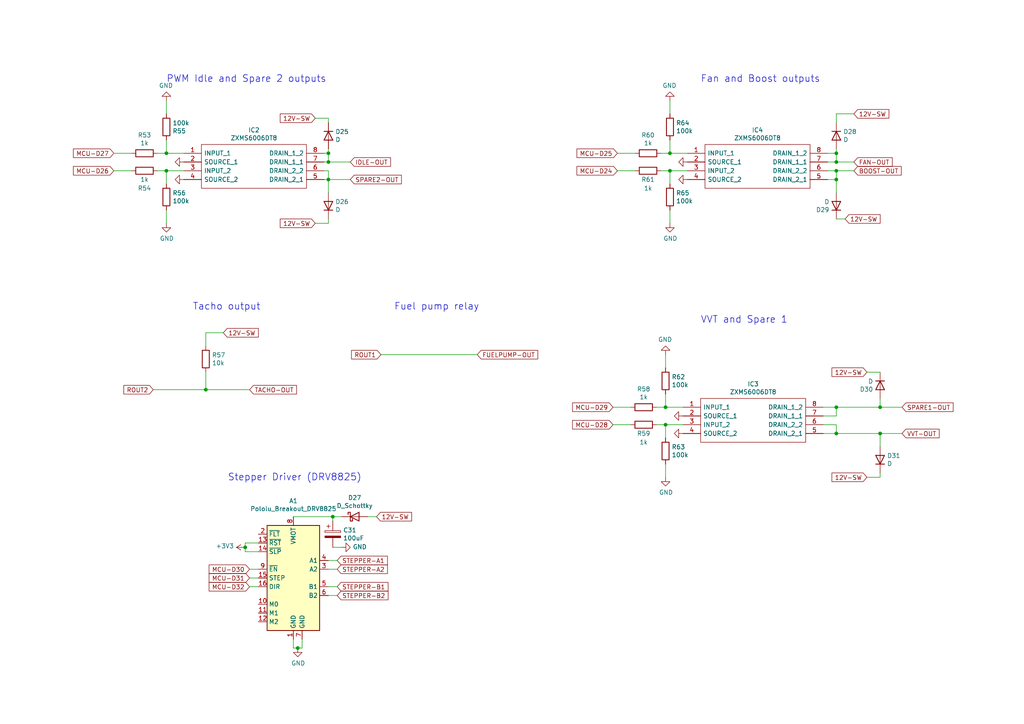
<source format=kicad_sch>
(kicad_sch (version 20250114) (generator "eeschema") (generator_version "9.0")
  (paper "A4")
  (lib_symbols
    (symbol "Device:CP" (pin_numbers (hide yes)) (pin_names (offset 0.254))
      (property "Reference" "C" (at 0.635 2.54 0))
      (property "Value" "Device_CP" (at 0.635 -2.54 0))
      (symbol "CP_0_1"
        (rectangle (start -2.286 0.508) (end 2.286 1.016))
        (polyline (pts (xy -1.778 2.286) (xy -0.762 2.286)))
        (polyline (pts (xy -1.27 2.794) (xy -1.27 1.778)))
        (rectangle (start 2.286 -0.508) (end -2.286 -1.016) (fill (type outline)))
      )
      (symbol "CP_1_1"
        (pin passive line (at 0 3.81 270) (length 2.794) (name "~") (number "1"))
        (pin passive line (at 0 -3.81 90) (length 2.794) (name "~") (number "2"))
      )
    )
    (symbol "Device:D" (pin_numbers (hide yes)) (pin_names (offset 1.016) (hide yes))
      (property "Reference" "D" (at 0 2.54 0))
      (property "Value" "D" (at 0 -2.54 0))
      (symbol "D_0_1"
        (polyline (pts (xy -1.27 1.27) (xy -1.27 -1.27)) (stroke (width 0.254)))
        (polyline (pts (xy 1.27 1.27) (xy 1.27 -1.27) (xy -1.27 0) (xy 1.27 1.27)) (stroke (width 0.254)))
        (polyline (pts (xy 1.27 0) (xy -1.27 0)))
      )
      (symbol "D_1_1"
        (pin passive line (at -3.81 0 0) (length 2.54) (name "K") (number "1"))
        (pin passive line (at 3.81 0 180) (length 2.54) (name "A") (number "2"))
      )
    )
    (symbol "Device:D_Schottky" (pin_numbers (hide yes)) (pin_names (offset 1.016) (hide yes))
      (property "Reference" "D" (at 0 2.54 0))
      (property "Value" "D_Schottky" (at 0 -2.54 0))
      (symbol "D_Schottky_0_1"
        (polyline (pts (xy -1.905 0.635) (xy -1.905 1.27) (xy -1.27 1.27) (xy -1.27 -1.27) (xy -0.635 -1.27) (xy -0.635 -0.635)) (stroke (width 0.254)))
        (polyline (pts (xy 1.27 1.27) (xy 1.27 -1.27) (xy -1.27 0) (xy 1.27 1.27)) (stroke (width 0.254)))
        (polyline (pts (xy 1.27 0) (xy -1.27 0)))
      )
      (symbol "D_Schottky_1_1"
        (pin passive line (at -3.81 0 0) (length 2.54) (name "K") (number "1"))
        (pin passive line (at 3.81 0 180) (length 2.54) (name "A") (number "2"))
      )
    )
    (symbol "Device:R" (pin_numbers (hide yes)) (pin_names (offset 0))
      (property "Reference" "R" (at 2.032 0 90))
      (property "Value" "R" (at 0 0 90))
      (symbol "R_0_1"
        (rectangle (start -1.016 -2.54) (end 1.016 2.54) (stroke (width 0.254)))
      )
      (symbol "R_1_1"
        (pin passive line (at 0 3.81 270) (length 1.27) (name "~") (number "1"))
        (pin passive line (at 0 -3.81 90) (length 1.27) (name "~") (number "2"))
      )
    )
    (symbol "Driver_Motor:Pololu_Breakout_DRV8825"
      (property "Reference" "A" (at -2.54 16.51 0))
      (property "Value" "Pololu_Breakout_DRV8825" (at -2.54 13.97 0))
      (symbol "Pololu_Breakout_DRV8825_0_1"
        (rectangle (start 7.62 -17.78) (end -7.62 12.7) (stroke (width 0.254)) (fill (type background)))
      )
      (symbol "Pololu_Breakout_DRV8825_1_1"
        (pin output line (at -10.16 10.16 0) (length 2.54) (name "~{FLT}") (number "2"))
        (pin input line (at -10.16 7.62 0) (length 2.54) (name "~{RST}") (number "13"))
        (pin input line (at -10.16 5.08 0) (length 2.54) (name "~{SLP}") (number "14"))
        (pin input line (at -10.16 0 0) (length 2.54) (name "~{EN}") (number "9"))
        (pin input line (at -10.16 -2.54 0) (length 2.54) (name "STEP") (number "15"))
        (pin input line (at -10.16 -5.08 0) (length 2.54) (name "DIR") (number "16"))
        (pin input line (at -10.16 -10.16 0) (length 2.54) (name "M0") (number "10"))
        (pin input line (at -10.16 -12.7 0) (length 2.54) (name "M1") (number "11"))
        (pin input line (at -10.16 -15.24 0) (length 2.54) (name "M2") (number "12"))
        (pin power_in line (at 0 15.24 270) (length 2.54) (name "VMOT") (number "8"))
        (pin power_in line (at 0 -20.32 90) (length 2.54) (name "GND") (number "1"))
        (pin power_in line (at 2.54 -20.32 90) (length 2.54) (name "GND") (number "7"))
        (pin output line (at 10.16 2.54 180) (length 2.54) (name "A1") (number "4"))
        (pin output line (at 10.16 0 180) (length 2.54) (name "A2") (number "3"))
        (pin output line (at 10.16 -5.08 180) (length 2.54) (name "B1") (number "5"))
        (pin output line (at 10.16 -7.62 180) (length 2.54) (name "B2") (number "6"))
      )
    )
    (symbol "IC_Automotive:ZXMS6006DT8" (pin_names (offset 0.762))
      (property "Reference" "IC" (at 36.83 7.62 0))
      (property "Value" "ZXMS6006DT8" (at 36.83 5.08 0))
      (symbol "ZXMS6006DT8_0_0"
        (pin passive line (at 0 0 0) (length 5.08) (name "INPUT_1") (number "1"))
        (pin passive line (at 0 -2.54 0) (length 5.08) (name "SOURCE_1") (number "2"))
        (pin passive line (at 0 -5.08 0) (length 5.08) (name "INPUT_2") (number "3"))
        (pin passive line (at 0 -7.62 0) (length 5.08) (name "SOURCE_2") (number "4"))
        (pin passive line (at 40.64 0 180) (length 5.08) (name "DRAIN_1_2") (number "8"))
        (pin passive line (at 40.64 -2.54 180) (length 5.08) (name "DRAIN_1_1") (number "7"))
        (pin passive line (at 40.64 -5.08 180) (length 5.08) (name "DRAIN_2_2") (number "6"))
        (pin passive line (at 40.64 -7.62 180) (length 5.08) (name "DRAIN_2_1") (number "5"))
      )
      (symbol "ZXMS6006DT8_0_1"
        (polyline (pts (xy 5.08 2.54) (xy 35.56 2.54) (xy 35.56 -10.16) (xy 5.08 -10.16) (xy 5.08 2.54)) (stroke (width 0.1524)))
      )
    )
    (symbol "power:+3V3" (power) (pin_names (offset 0))
      (property "Value" "+3V3" (at 0 3.556 0))
      (symbol "+3V3_0_1"
        (polyline (pts (xy -0.762 1.27) (xy 0 2.54)))
        (polyline (pts (xy 0 2.54) (xy 0.762 1.27)))
        (polyline (pts (xy 0 0) (xy 0 2.54)))
      )
      (symbol "+3V3_1_1"
        (pin power_in line (at 0 0 90) (length 0) (hide yes) (name "+3V3") (number "1"))
      )
    )
    (symbol "power:GND" (power) (pin_names (offset 0))
      (property "Value" "GND" (at 0 -3.81 0))
      (symbol "GND_0_1"
        (polyline (pts (xy 0 0) (xy 0 -1.27) (xy 1.27 -1.27) (xy 0 -2.54) (xy -1.27 -1.27) (xy 0 -1.27)))
      )
      (symbol "GND_1_1"
        (pin power_in line (at 0 0 270) (length 0) (hide yes) (name "GND") (number "1"))
      )
    )
  )
  (text "VVT and Spare 1" (at 203.2 93.98 0) (effects (font (size 1.9812 1.9812)) (justify left bottom)))
  (text "Stepper Driver (DRV8825)" (at 66.04 139.7 0) (effects (font (size 1.9812 1.9812)) (justify left bottom)))
  (text "Tacho output" (at 55.88 90.17 0) (effects (font (size 1.9812 1.9812)) (justify left bottom)))
  (text "PWM Idle and Spare 2 outputs" (at 48.26 24.13 0) (effects (font (size 1.9812 1.9812)) (justify left bottom)))
  (text "Fan and Boost outputs" (at 203.2 24.13 0) (effects (font (size 1.9812 1.9812)) (justify left bottom)))
  (text "Fuel pump relay" (at 114.3 90.17 0) (effects (font (size 1.9812 1.9812)) (justify left bottom)))
  (junction (at 255.27 118.11))
  (junction (at 242.57 46.99))
  (junction (at 95.25 44.45))
  (junction (at 242.57 52.07))
  (junction (at 95.25 46.99))
  (junction (at 59.69 113.03))
  (junction (at 242.57 44.45))
  (junction (at 95.25 52.07))
  (junction (at 242.57 49.53))
  (junction (at 71.12 158.75))
  (junction (at 242.57 125.73))
  (junction (at 48.26 44.45))
  (junction (at 242.57 118.11))
  (junction (at 193.04 118.11))
  (junction (at 193.04 123.19))
  (junction (at 194.31 49.53))
  (junction (at 86.36 187.96))
  (junction (at 96.52 149.86))
  (junction (at 48.26 49.53))
  (junction (at 194.31 44.45))
  (junction (at 255.27 125.73))
  (wire (pts (xy 93.98 49.53) (xy 95.25 49.53)))
  (wire (pts (xy 242.57 52.07) (xy 242.57 55.88)))
  (wire (pts (xy 96.52 151.13) (xy 96.52 149.86)))
  (wire (pts (xy 242.57 49.53) (xy 242.57 52.07)))
  (wire (pts (xy 240.03 52.07) (xy 242.57 52.07)))
  (wire (pts (xy 240.03 46.99) (xy 242.57 46.99)))
  (wire (pts (xy 59.69 113.03) (xy 72.39 113.03)))
  (wire (pts (xy 238.76 120.65) (xy 242.57 120.65)))
  (wire (pts (xy 74.93 160.02) (xy 71.12 160.02)))
  (wire (pts (xy 242.57 44.45) (xy 242.57 46.99)))
  (wire (pts (xy 238.76 118.11) (xy 242.57 118.11)))
  (wire (pts (xy 91.44 34.29) (xy 95.25 34.29)))
  (wire (pts (xy 95.25 49.53) (xy 95.25 52.07)))
  (wire (pts (xy 242.57 123.19) (xy 242.57 125.73)))
  (wire (pts (xy 240.03 44.45) (xy 242.57 44.45)))
  (wire (pts (xy 95.25 43.18) (xy 95.25 44.45)))
  (wire (pts (xy 71.12 160.02) (xy 71.12 158.75)))
  (wire (pts (xy 71.12 158.75) (xy 71.12 157.48)))
  (wire (pts (xy 194.31 44.45) (xy 199.39 44.45)))
  (wire (pts (xy 177.8 123.19) (xy 182.88 123.19)))
  (wire (pts (xy 190.5 123.19) (xy 193.04 123.19)))
  (wire (pts (xy 194.31 53.34) (xy 194.31 49.53)))
  (wire (pts (xy 184.15 44.45) (xy 179.07 44.45)))
  (wire (pts (xy 194.31 49.53) (xy 199.39 49.53)))
  (wire (pts (xy 97.79 172.72) (xy 95.25 172.72)))
  (wire (pts (xy 242.57 33.02) (xy 247.65 33.02)))
  (wire (pts (xy 109.22 149.86) (xy 106.68 149.86)))
  (wire (pts (xy 99.06 149.86) (xy 96.52 149.86)))
  (wire (pts (xy 193.04 127) (xy 193.04 123.19)))
  (wire (pts (xy 191.77 49.53) (xy 194.31 49.53)))
  (wire (pts (xy 44.45 113.03) (xy 59.69 113.03)))
  (wire (pts (xy 193.04 134.62) (xy 193.04 138.43)))
  (wire (pts (xy 242.57 33.02) (xy 242.57 35.56)))
  (wire (pts (xy 48.26 49.53) (xy 53.34 49.53)))
  (wire (pts (xy 194.31 60.96) (xy 194.31 64.77)))
  (wire (pts (xy 255.27 125.73) (xy 261.62 125.73)))
  (wire (pts (xy 238.76 123.19) (xy 242.57 123.19)))
  (wire (pts (xy 95.25 46.99) (xy 93.98 46.99)))
  (wire (pts (xy 193.04 106.68) (xy 193.04 102.87)))
  (wire (pts (xy 38.1 44.45) (xy 33.02 44.45)))
  (wire (pts (xy 95.25 52.07) (xy 101.6 52.07)))
  (wire (pts (xy 95.25 52.07) (xy 95.25 55.88)))
  (wire (pts (xy 95.25 170.18) (xy 97.79 170.18)))
  (wire (pts (xy 242.57 63.5) (xy 245.11 63.5)))
  (wire (pts (xy 238.76 125.73) (xy 242.57 125.73)))
  (wire (pts (xy 190.5 118.11) (xy 193.04 118.11)))
  (wire (pts (xy 255.27 137.16) (xy 255.27 138.43)))
  (wire (pts (xy 99.06 158.75) (xy 96.52 158.75)))
  (wire (pts (xy 179.07 49.53) (xy 184.15 49.53)))
  (wire (pts (xy 48.26 53.34) (xy 48.26 49.53)))
  (wire (pts (xy 45.72 44.45) (xy 48.26 44.45)))
  (wire (pts (xy 95.25 52.07) (xy 93.98 52.07)))
  (wire (pts (xy 193.04 118.11) (xy 198.12 118.11)))
  (wire (pts (xy 242.57 49.53) (xy 247.65 49.53)))
  (wire (pts (xy 95.25 64.77) (xy 91.44 64.77)))
  (wire (pts (xy 59.69 96.52) (xy 59.69 100.33)))
  (wire (pts (xy 251.46 107.95) (xy 255.27 107.95)))
  (wire (pts (xy 194.31 40.64) (xy 194.31 44.45)))
  (wire (pts (xy 242.57 118.11) (xy 255.27 118.11)))
  (wire (pts (xy 96.52 149.86) (xy 85.09 149.86)))
  (wire (pts (xy 45.72 49.53) (xy 48.26 49.53)))
  (wire (pts (xy 255.27 115.57) (xy 255.27 118.11)))
  (wire (pts (xy 59.69 107.95) (xy 59.69 113.03)))
  (wire (pts (xy 194.31 33.02) (xy 194.31 29.21)))
  (wire (pts (xy 191.77 44.45) (xy 194.31 44.45)))
  (wire (pts (xy 255.27 125.73) (xy 255.27 129.54)))
  (wire (pts (xy 95.25 63.5) (xy 95.25 64.77)))
  (wire (pts (xy 87.63 187.96) (xy 86.36 187.96)))
  (wire (pts (xy 64.77 96.52) (xy 59.69 96.52)))
  (wire (pts (xy 93.98 44.45) (xy 95.25 44.45)))
  (wire (pts (xy 95.25 162.56) (xy 97.79 162.56)))
  (wire (pts (xy 72.39 165.1) (xy 74.93 165.1)))
  (wire (pts (xy 101.6 46.99) (xy 95.25 46.99)))
  (wire (pts (xy 95.25 34.29) (xy 95.25 35.56)))
  (wire (pts (xy 87.63 185.42) (xy 87.63 187.96)))
  (wire (pts (xy 48.26 60.96) (xy 48.26 64.77)))
  (wire (pts (xy 95.25 44.45) (xy 95.25 46.99)))
  (wire (pts (xy 71.12 157.48) (xy 74.93 157.48)))
  (wire (pts (xy 242.57 120.65) (xy 242.57 118.11)))
  (wire (pts (xy 48.26 33.02) (xy 48.26 29.21)))
  (wire (pts (xy 48.26 40.64) (xy 48.26 44.45)))
  (wire (pts (xy 182.88 118.11) (xy 177.8 118.11)))
  (wire (pts (xy 97.79 165.1) (xy 95.25 165.1)))
  (wire (pts (xy 72.39 170.18) (xy 74.93 170.18)))
  (wire (pts (xy 74.93 167.64) (xy 72.39 167.64)))
  (wire (pts (xy 85.09 187.96) (xy 85.09 185.42)))
  (wire (pts (xy 110.49 102.87) (xy 138.43 102.87)))
  (wire (pts (xy 242.57 125.73) (xy 255.27 125.73)))
  (wire (pts (xy 48.26 44.45) (xy 53.34 44.45)))
  (wire (pts (xy 193.04 123.19) (xy 198.12 123.19)))
  (wire (pts (xy 255.27 118.11) (xy 261.62 118.11)))
  (wire (pts (xy 33.02 49.53) (xy 38.1 49.53)))
  (wire (pts (xy 255.27 138.43) (xy 251.46 138.43)))
  (wire (pts (xy 242.57 43.18) (xy 242.57 44.45)))
  (wire (pts (xy 86.36 187.96) (xy 85.09 187.96)))
  (wire (pts (xy 240.03 49.53) (xy 242.57 49.53)))
  (wire (pts (xy 193.04 114.3) (xy 193.04 118.11)))
  (wire (pts (xy 242.57 46.99) (xy 247.65 46.99)))
  (global_label "SPARE1-OUT" (shape input) (at 261.62 118.11 0) (property "Intersheetrefs" "${INTERSHEET_REFS}" (effects (hide yes))))
  (global_label "STEPPER-B1" (shape input) (at 97.79 170.18 0) (property "Intersheetrefs" "${INTERSHEET_REFS}" (effects (hide yes))))
  (global_label "ROUT1" (shape input) (at 110.49 102.87 180) (property "Intersheetrefs" "${INTERSHEET_REFS}" (effects (hide yes))))
  (global_label "FUELPUMP-OUT" (shape input) (at 138.43 102.87 0) (property "Intersheetrefs" "${INTERSHEET_REFS}" (effects (hide yes))))
  (global_label "SPARE2-OUT" (shape input) (at 101.6 52.07 0) (property "Intersheetrefs" "${INTERSHEET_REFS}" (effects (hide yes))))
  (global_label "12V-SW" (shape input) (at 245.11 63.5 0) (property "Intersheetrefs" "${INTERSHEET_REFS}" (effects (hide yes))))
  (global_label "TACHO-OUT" (shape input) (at 72.39 113.03 0) (property "Intersheetrefs" "${INTERSHEET_REFS}" (effects (hide yes))))
  (global_label "12V-SW" (shape input) (at 109.22 149.86 0) (property "Intersheetrefs" "${INTERSHEET_REFS}" (effects (hide yes))))
  (global_label "12V-SW" (shape input) (at 91.44 64.77 180) (property "Intersheetrefs" "${INTERSHEET_REFS}" (effects (hide yes))))
  (global_label "BOOST-OUT" (shape input) (at 247.65 49.53 0) (property "Intersheetrefs" "${INTERSHEET_REFS}" (effects (hide yes))))
  (global_label "MCU-D24" (shape input) (at 179.07 49.53 180) (property "Intersheetrefs" "${INTERSHEET_REFS}" (effects (hide yes))))
  (global_label "MCU-D26" (shape input) (at 33.02 49.53 180) (property "Intersheetrefs" "${INTERSHEET_REFS}" (effects (hide yes))))
  (global_label "MCU-D27" (shape input) (at 33.02 44.45 180) (property "Intersheetrefs" "${INTERSHEET_REFS}" (effects (hide yes))))
  (global_label "12V-SW" (shape input) (at 247.65 33.02 0) (property "Intersheetrefs" "${INTERSHEET_REFS}" (effects (hide yes))))
  (global_label "STEPPER-B2" (shape input) (at 97.79 172.72 0) (property "Intersheetrefs" "${INTERSHEET_REFS}" (effects (hide yes))))
  (global_label "MCU-D31" (shape input) (at 72.39 167.64 180) (property "Intersheetrefs" "${INTERSHEET_REFS}" (effects (hide yes))))
  (global_label "12V-SW" (shape input) (at 64.77 96.52 0) (property "Intersheetrefs" "${INTERSHEET_REFS}" (effects (hide yes))))
  (global_label "MCU-D25" (shape input) (at 179.07 44.45 180) (property "Intersheetrefs" "${INTERSHEET_REFS}" (effects (hide yes))))
  (global_label "MCU-D30" (shape input) (at 72.39 165.1 180) (property "Intersheetrefs" "${INTERSHEET_REFS}" (effects (hide yes))))
  (global_label "12V-SW" (shape input) (at 91.44 34.29 180) (property "Intersheetrefs" "${INTERSHEET_REFS}" (effects (hide yes))))
  (global_label "MCU-D28" (shape input) (at 177.8 123.19 180) (property "Intersheetrefs" "${INTERSHEET_REFS}" (effects (hide yes))))
  (global_label "STEPPER-A2" (shape input) (at 97.79 165.1 0) (property "Intersheetrefs" "${INTERSHEET_REFS}" (effects (hide yes))))
  (global_label "ROUT2" (shape input) (at 44.45 113.03 180) (property "Intersheetrefs" "${INTERSHEET_REFS}" (effects (hide yes))))
  (global_label "MCU-D32" (shape input) (at 72.39 170.18 180) (property "Intersheetrefs" "${INTERSHEET_REFS}" (effects (hide yes))))
  (global_label "IDLE-OUT" (shape input) (at 101.6 46.99 0) (property "Intersheetrefs" "${INTERSHEET_REFS}" (effects (hide yes))))
  (global_label "STEPPER-A1" (shape input) (at 97.79 162.56 0) (property "Intersheetrefs" "${INTERSHEET_REFS}" (effects (hide yes))))
  (global_label "FAN-OUT" (shape input) (at 247.65 46.99 0) (property "Intersheetrefs" "${INTERSHEET_REFS}" (effects (hide yes))))
  (global_label "12V-SW" (shape input) (at 251.46 138.43 180) (property "Intersheetrefs" "${INTERSHEET_REFS}" (effects (hide yes))))
  (global_label "12V-SW" (shape input) (at 251.46 107.95 180) (property "Intersheetrefs" "${INTERSHEET_REFS}" (effects (hide yes))))
  (global_label "VVT-OUT" (shape input) (at 261.62 125.73 0) (property "Intersheetrefs" "${INTERSHEET_REFS}" (effects (hide yes))))
  (global_label "MCU-D29" (shape input) (at 177.8 118.11 180) (property "Intersheetrefs" "${INTERSHEET_REFS}" (effects (hide yes))))
  (symbol (lib_id "Device:R") (at 193.04 110.49 180) (unit 1)
    (property "Reference" "R62" (at 194.818 109.3216 0) (effects (justify right)))
    (property "Value" "100k" (at 194.818 111.633 0) (effects (justify right)))
    (property "Footprint" "Resistor_SMD:R_0805_2012Metric_Pad1.20x1.40mm_HandSolder" (effects (hide yes)))
    (property "Manufacturer_Name" "Yageo" (effects (hide yes)))
    (property "Manufacturer_Part_Number" "RC0805FR-07100KL" (effects (hide yes)))
    (property "URL" "https://www.digikey.com/product-detail/en/yageo/RC0805FR-07100KL/311-100KCRCT-ND/730491" (effects (hide yes)))
    (property "Digikey Part Number" "311-100KCRCT-ND" (effects (hide yes)))
  )
  (symbol (lib_id "Device:R") (at 186.69 118.11 270) (unit 1)
    (property "Reference" "R58" (at 186.69 112.8522 90))
    (property "Value" "1k" (at 186.69 115.1636 90))
    (property "Footprint" "Resistor_SMD:R_0805_2012Metric_Pad1.20x1.40mm_HandSolder" (effects (hide yes)))
    (property "Manufacturer_Name" "Yageo" (effects (hide yes)))
    (property "Manufacturer_Part_Number" "RC0805FR-071KL" (effects (hide yes)))
    (property "URL" "https://www.digikey.com/product-detail/en/yageo/RC0805FR-071KL/311-1.00KCRCT-ND/730391" (effects (hide yes)))
    (property "Digikey Part Number" "311-1.00KCRCT-ND" (effects (hide yes)))
  )
  (symbol (lib_id "Device:R") (at 48.26 57.15 180) (unit 1)
    (property "Reference" "R56" (at 50.038 55.9816 0) (effects (justify right)))
    (property "Value" "100k" (at 50.038 58.293 0) (effects (justify right)))
    (property "Footprint" "Resistor_SMD:R_0805_2012Metric_Pad1.20x1.40mm_HandSolder" (effects (hide yes)))
    (property "Manufacturer_Name" "Yageo" (effects (hide yes)))
    (property "Manufacturer_Part_Number" "RC0805FR-07100KL" (effects (hide yes)))
    (property "URL" "https://www.digikey.com/product-detail/en/yageo/RC0805FR-07100KL/311-100KCRCT-ND/730491" (effects (hide yes)))
    (property "Digikey Part Number" "311-100KCRCT-ND" (effects (hide yes)))
  )
  (symbol (lib_id "power:GND") (at 193.04 102.87 180) (unit 1)
    (property "Reference" "#PWR092" (effects (hide yes)))
    (property "Value" "GND" (at 192.913 98.4758 0))
  )
  (symbol (lib_id "Device:D") (at 242.57 59.69 90) (unit 1)
    (property "Reference" "D29" (at 240.5634 60.8584 90) (effects (justify left)))
    (property "Value" "D" (at 240.5634 58.547 90) (effects (justify left)))
    (property "Footprint" "Diode_SMD:D_SOD-323" (effects (hide yes)))
    (property "Manufacturer_Name" "MCC" (effects (hide yes)))
    (property "Manufacturer_Part_Number" "1N4448WX-TP" (effects (hide yes)))
    (property "URL" "https://www.digikey.com/product-detail/en/micro-commercial-co/1N4448WX-TP/1N4448WXTPMSCT-ND/789338" (effects (hide yes)))
    (property "Digikey Part Number" "1N4448WXTPMSCT-ND" (effects (hide yes)))
  )
  (symbol (lib_id "Device:R") (at 193.04 130.81 180) (unit 1)
    (property "Reference" "R63" (at 194.818 129.6416 0) (effects (justify right)))
    (property "Value" "100k" (at 194.818 131.953 0) (effects (justify right)))
    (property "Footprint" "Resistor_SMD:R_0805_2012Metric_Pad1.20x1.40mm_HandSolder" (effects (hide yes)))
    (property "Manufacturer_Name" "Yageo" (effects (hide yes)))
    (property "Manufacturer_Part_Number" "RC0805FR-07100KL" (effects (hide yes)))
    (property "URL" "https://www.digikey.com/product-detail/en/yageo/RC0805FR-07100KL/311-100KCRCT-ND/730491" (effects (hide yes)))
    (property "Digikey Part Number" "311-100KCRCT-ND" (effects (hide yes)))
  )
  (symbol (lib_id "Device:R") (at 59.69 104.14 180) (unit 1)
    (property "Reference" "R57" (at 61.468 102.9716 0) (effects (justify right)))
    (property "Value" "10k" (at 61.468 105.283 0) (effects (justify right)))
    (property "Footprint" "Resistor_SMD:R_0805_2012Metric" (effects (hide yes)))
    (property "Manufacturer_Name" "Yageo" (effects (hide yes)))
    (property "Manufacturer_Part_Number" "RC0805JR-0710KL" (effects (hide yes)))
    (property "URL" "https://www.digikey.com/product-detail/en/yageo/RC0805JR-0710KL/311-10KARCT-ND/731188" (effects (hide yes)))
    (property "Digikey Part Number" "311-10KARCT-ND" (effects (hide yes)))
  )
  (symbol (lib_id "IC_Automotive:ZXMS6006DT8") (at 199.39 44.45 0) (unit 1)
    (property "Reference" "IC4" (at 219.71 37.719 0))
    (property "Value" "ZXMS6006DT8" (at 219.71 40.0304 0))
    (property "Footprint" "ZXMS6006DT8TA:SOT153P700X170-8N" (effects (hide yes)))
    (property "Height" "1.75" (effects (hide yes)))
    (property "Manufacturer_Name" "Diodes Inc" (effects (hide yes)))
    (property "Digikey Part Number" "ZXMS6006DT8TADICT-ND" (effects (hide yes)))
    (property "Manufacturer_Part_Number" "ZXMS6006DT8" (effects (hide yes)))
    (property "URL" "https://www.digikey.com.au/en/products/detail/diodes-incorporated/ZXMS6006DT8TA/4250146?s=N4IgTCBcDaIFoA0CyBlAbABg2gIgFQA4QBdAXyA" (effects (hide yes)))
  )
  (symbol (lib_id "Device:D") (at 242.57 39.37 270) (unit 1)
    (property "Reference" "D28" (at 244.5766 38.2016 90) (effects (justify left)))
    (property "Value" "D" (at 244.5766 40.513 90) (effects (justify left)))
    (property "Footprint" "Diode_SMD:D_SOD-323" (effects (hide yes)))
    (property "Manufacturer_Name" "MCC" (effects (hide yes)))
    (property "Manufacturer_Part_Number" "1N4448WX-TP" (effects (hide yes)))
    (property "URL" "https://www.digikey.com/product-detail/en/micro-commercial-co/1N4448WX-TP/1N4448WXTPMSCT-ND/789338" (effects (hide yes)))
    (property "Digikey Part Number" "1N4448WXTPMSCT-ND" (effects (hide yes)))
  )
  (symbol (lib_id "Device:D") (at 95.25 39.37 270) (unit 1)
    (property "Reference" "D25" (at 97.2566 38.2016 90) (effects (justify left)))
    (property "Value" "D" (at 97.2566 40.513 90) (effects (justify left)))
    (property "Footprint" "Diode_SMD:D_SOD-323" (effects (hide yes)))
    (property "Manufacturer_Name" "MCC" (effects (hide yes)))
    (property "Manufacturer_Part_Number" "1N4448WX-TP" (effects (hide yes)))
    (property "URL" "https://www.digikey.com/product-detail/en/micro-commercial-co/1N4448WX-TP/1N4448WXTPMSCT-ND/789338" (effects (hide yes)))
    (property "Digikey Part Number" "1N4448WXTPMSCT-ND" (effects (hide yes)))
  )
  (symbol (lib_id "Device:R") (at 41.91 44.45 270) (unit 1)
    (property "Reference" "R53" (at 41.91 39.1922 90))
    (property "Value" "1k" (at 41.91 41.5036 90))
    (property "Footprint" "Resistor_SMD:R_0805_2012Metric_Pad1.20x1.40mm_HandSolder" (effects (hide yes)))
    (property "Manufacturer_Name" "Yageo" (effects (hide yes)))
    (property "Manufacturer_Part_Number" "RC0805FR-071KL" (effects (hide yes)))
    (property "URL" "https://www.digikey.com/product-detail/en/yageo/RC0805FR-071KL/311-1.00KCRCT-ND/730391" (effects (hide yes)))
    (property "Digikey Part Number" "311-1.00KCRCT-ND" (effects (hide yes)))
  )
  (symbol (lib_id "power:GND") (at 48.26 29.21 180) (unit 1)
    (property "Reference" "#PWR085" (effects (hide yes)))
    (property "Value" "GND" (at 48.133 24.8158 0))
  )
  (symbol (lib_id "Device:R") (at 194.31 36.83 180) (unit 1)
    (property "Reference" "R64" (at 196.088 35.6616 0) (effects (justify right)))
    (property "Value" "100k" (at 196.088 37.973 0) (effects (justify right)))
    (property "Footprint" "Resistor_SMD:R_0805_2012Metric_Pad1.20x1.40mm_HandSolder" (effects (hide yes)))
    (property "Manufacturer_Name" "Yageo" (effects (hide yes)))
    (property "Manufacturer_Part_Number" "RC0805FR-07100KL" (effects (hide yes)))
    (property "URL" "https://www.digikey.com/product-detail/en/yageo/RC0805FR-07100KL/311-100KCRCT-ND/730491" (effects (hide yes)))
    (property "Digikey Part Number" "311-100KCRCT-ND" (effects (hide yes)))
  )
  (symbol (lib_id "power:GND") (at 194.31 64.77 0) (unit 1)
    (property "Reference" "#PWR095" (effects (hide yes)))
    (property "Value" "GND" (at 194.437 69.1642 0))
  )
  (symbol (lib_id "IC_Automotive:ZXMS6006DT8") (at 198.12 118.11 0) (unit 1)
    (property "Reference" "IC3" (at 218.44 111.379 0))
    (property "Value" "ZXMS6006DT8" (at 218.44 113.6904 0))
    (property "Footprint" "ZXMS6006DT8TA:SOT153P700X170-8N" (effects (hide yes)))
    (property "Height" "1.75" (effects (hide yes)))
    (property "Manufacturer_Name" "Diodes Inc" (effects (hide yes)))
    (property "Digikey Part Number" "ZXMS6006DT8TADICT-ND" (effects (hide yes)))
    (property "Manufacturer_Part_Number" "ZXMS6006DT8" (effects (hide yes)))
    (property "URL" "https://www.digikey.com.au/en/products/detail/diodes-incorporated/ZXMS6006DT8TA/4250146?s=N4IgTCBcDaIFoA0CyBlAbABg2gIgFQA4QBdAXyA" (effects (hide yes)))
  )
  (symbol (lib_id "power:GND") (at 53.34 52.07 270) (unit 1)
    (property "Reference" "#PWR088" (effects (hide yes)))
    (property "Value" "GND" (effects (hide yes)))
  )
  (symbol (lib_id "power:GND") (at 86.36 187.96 0) (unit 1)
    (property "Reference" "#PWR090" (effects (hide yes)))
    (property "Value" "GND" (at 86.487 192.3542 0))
  )
  (symbol (lib_id "Device:R") (at 41.91 49.53 270) (unit 1)
    (property "Reference" "R54" (at 41.91 54.61 90))
    (property "Value" "1k" (at 41.91 52.07 90))
    (property "Footprint" "Resistor_SMD:R_0805_2012Metric_Pad1.20x1.40mm_HandSolder" (effects (hide yes)))
    (property "Manufacturer_Name" "Yageo" (effects (hide yes)))
    (property "Manufacturer_Part_Number" "RC0805FR-071KL" (effects (hide yes)))
    (property "URL" "https://www.digikey.com/product-detail/en/yageo/RC0805FR-071KL/311-1.00KCRCT-ND/730391" (effects (hide yes)))
    (property "Digikey Part Number" "311-1.00KCRCT-ND" (effects (hide yes)))
  )
  (symbol (lib_id "power:GND") (at 199.39 52.07 270) (unit 1)
    (property "Reference" "#PWR099" (effects (hide yes)))
    (property "Value" "GND" (effects (hide yes)))
  )
  (symbol (lib_id "Device:R") (at 187.96 44.45 270) (unit 1)
    (property "Reference" "R60" (at 187.96 39.1922 90))
    (property "Value" "1k" (at 187.96 41.5036 90))
    (property "Footprint" "Resistor_SMD:R_0805_2012Metric_Pad1.20x1.40mm_HandSolder" (effects (hide yes)))
    (property "Manufacturer_Name" "Yageo" (effects (hide yes)))
    (property "Manufacturer_Part_Number" "RC0805FR-071KL" (effects (hide yes)))
    (property "URL" "https://www.digikey.com/product-detail/en/yageo/RC0805FR-071KL/311-1.00KCRCT-ND/730391" (effects (hide yes)))
    (property "Digikey Part Number" "311-1.00KCRCT-ND" (effects (hide yes)))
  )
  (symbol (lib_id "power:GND") (at 198.12 120.65 270) (unit 1)
    (property "Reference" "#PWR096" (effects (hide yes)))
    (property "Value" "GND" (effects (hide yes)))
  )
  (symbol (lib_id "Device:D") (at 95.25 59.69 90) (unit 1)
    (property "Reference" "D26" (at 97.2566 58.5216 90) (effects (justify right)))
    (property "Value" "D" (at 97.2566 60.833 90) (effects (justify right)))
    (property "Footprint" "Diode_SMD:D_SOD-323" (effects (hide yes)))
    (property "Manufacturer_Name" "MCC" (effects (hide yes)))
    (property "Manufacturer_Part_Number" "1N4448WX-TP" (effects (hide yes)))
    (property "URL" "https://www.digikey.com/product-detail/en/micro-commercial-co/1N4448WX-TP/1N4448WXTPMSCT-ND/789338" (effects (hide yes)))
    (property "Digikey Part Number" "1N4448WXTPMSCT-ND" (effects (hide yes)))
  )
  (symbol (lib_id "power:GND") (at 48.26 64.77 0) (unit 1)
    (property "Reference" "#PWR086" (effects (hide yes)))
    (property "Value" "GND" (at 48.387 69.1642 0))
  )
  (symbol (lib_id "Device:R") (at 48.26 36.83 0) (mirror y) (unit 1)
    (property "Reference" "R55" (at 50.038 37.9984 0) (effects (justify right)))
    (property "Value" "100k" (at 50.038 35.687 0) (effects (justify right)))
    (property "Footprint" "Resistor_SMD:R_0805_2012Metric_Pad1.20x1.40mm_HandSolder" (effects (hide yes)))
    (property "Manufacturer_Name" "Yageo" (effects (hide yes)))
    (property "Manufacturer_Part_Number" "RC0805FR-07100KL" (effects (hide yes)))
    (property "URL" "https://www.digikey.com/product-detail/en/yageo/RC0805FR-07100KL/311-100KCRCT-ND/730491" (effects (hide yes)))
    (property "Digikey Part Number" "311-100KCRCT-ND" (effects (hide yes)))
  )
  (symbol (lib_id "IC_Automotive:ZXMS6006DT8") (at 53.34 44.45 0) (unit 1)
    (property "Reference" "IC2" (at 73.66 37.719 0))
    (property "Value" "ZXMS6006DT8" (at 73.66 40.0304 0))
    (property "Footprint" "ZXMS6006DT8TA:SOT153P700X170-8N" (effects (hide yes)))
    (property "Height" "1.75" (effects (hide yes)))
    (property "Manufacturer_Name" "Diodes Inc" (effects (hide yes)))
    (property "Digikey Part Number" "ZXMS6006DT8TADICT-ND" (effects (hide yes)))
    (property "Manufacturer_Part_Number" "ZXMS6006DT8" (effects (hide yes)))
    (property "URL" "https://www.digikey.com.au/en/products/detail/diodes-incorporated/ZXMS6006DT8TA/4250146?s=N4IgTCBcDaIFoA0CyBlAbABg2gIgFQA4QBdAXyA" (effects (hide yes)))
  )
  (symbol (lib_id "Device:CP") (at 96.52 154.94 0) (unit 1)
    (property "Reference" "C31" (at 99.5172 153.7716 0) (effects (justify left)))
    (property "Value" "100uF" (at 99.5172 156.083 0) (effects (justify left)))
    (property "Footprint" "Capacitor_SMD:CP_Elec_6.3x7.7" (effects (hide yes)))
    (property "Digikey Part Number" "P124821CT-ND" (effects (hide yes)))
    (property "Manufacturer_Name" "Panasonic" (effects (hide yes)))
    (property "Manufacturer_Part_Number" "EEE-FT1V101AV" (effects (hide yes)))
    (property "URL" "https://www.digikey.com.au/product-detail/en/panasonic-electronic-components/EEE-FT1V101AV/P124821CT-ND/10290763" (effects (hide yes)))
  )
  (symbol (lib_id "Device:D_Schottky") (at 102.87 149.86 0) (unit 1)
    (property "Reference" "D27" (at 102.87 144.3736 0))
    (property "Value" "D_Schottky" (at 102.87 146.685 0))
    (property "Footprint" "Diode_SMD:D_PowerDI-123" (effects (hide yes)))
    (property "Digikey Part Number" "DFLS2100-7DICT-ND" (effects (hide yes)))
    (property "Manufacturer_Name" "Diodes Inc." (effects (hide yes)))
    (property "Manufacturer_Part_Number" "DFLS2100-7" (effects (hide yes)))
    (property "URL" "https://www.digikey.com/product-detail/en/diodes-incorporated/DFLS2100-7/DFLS2100-7DICT-ND/3451552" (effects (hide yes)))
  )
  (symbol (lib_id "Device:D") (at 255.27 133.35 90) (unit 1)
    (property "Reference" "D31" (at 257.2766 132.1816 90) (effects (justify right)))
    (property "Value" "D" (at 257.2766 134.493 90) (effects (justify right)))
    (property "Footprint" "Diode_SMD:D_SOD-323" (effects (hide yes)))
    (property "Manufacturer_Name" "MCC" (effects (hide yes)))
    (property "Manufacturer_Part_Number" "1N4448WX-TP" (effects (hide yes)))
    (property "URL" "https://www.digikey.com/product-detail/en/micro-commercial-co/1N4448WX-TP/1N4448WXTPMSCT-ND/789338" (effects (hide yes)))
    (property "Digikey Part Number" "1N4448WXTPMSCT-ND" (effects (hide yes)))
  )
  (symbol (lib_id "Device:R") (at 186.69 123.19 270) (unit 1)
    (property "Reference" "R59" (at 186.69 125.73 90))
    (property "Value" "1k" (at 186.69 128.27 90))
    (property "Footprint" "Resistor_SMD:R_0805_2012Metric_Pad1.20x1.40mm_HandSolder" (effects (hide yes)))
    (property "Manufacturer_Name" "Yageo" (effects (hide yes)))
    (property "Manufacturer_Part_Number" "RC0805FR-071KL" (effects (hide yes)))
    (property "URL" "https://www.digikey.com/product-detail/en/yageo/RC0805FR-071KL/311-1.00KCRCT-ND/730391" (effects (hide yes)))
    (property "Digikey Part Number" "311-1.00KCRCT-ND" (effects (hide yes)))
  )
  (symbol (lib_id "power:+3V3") (at 71.12 158.75 90) (unit 1)
    (property "Reference" "#PWR089" (effects (hide yes)))
    (property "Value" "+3V3" (at 67.8688 158.369 90) (effects (justify left)))
  )
  (symbol (lib_id "power:GND") (at 99.06 158.75 90) (unit 1)
    (property "Reference" "#PWR091" (effects (hide yes)))
    (property "Value" "GND" (at 102.3112 158.623 90) (effects (justify right)))
  )
  (symbol (lib_id "Device:D") (at 255.27 111.76 270) (unit 1)
    (property "Reference" "D30" (at 253.2634 112.9284 90) (effects (justify right)))
    (property "Value" "D" (at 253.2634 110.617 90) (effects (justify right)))
    (property "Footprint" "Diode_SMD:D_SOD-323" (effects (hide yes)))
    (property "Manufacturer_Name" "MCC" (effects (hide yes)))
    (property "Manufacturer_Part_Number" "1N4448WX-TP" (effects (hide yes)))
    (property "URL" "https://www.digikey.com/product-detail/en/micro-commercial-co/1N4448WX-TP/1N4448WXTPMSCT-ND/789338" (effects (hide yes)))
    (property "Digikey Part Number" "1N4448WXTPMSCT-ND" (effects (hide yes)))
  )
  (symbol (lib_id "power:GND") (at 199.39 46.99 270) (unit 1)
    (property "Reference" "#PWR098" (effects (hide yes)))
    (property "Value" "GND" (effects (hide yes)))
  )
  (symbol (lib_id "power:GND") (at 53.34 46.99 270) (unit 1)
    (property "Reference" "#PWR087" (effects (hide yes)))
    (property "Value" "GND" (effects (hide yes)))
  )
  (symbol (lib_id "power:GND") (at 193.04 138.43 0) (unit 1)
    (property "Reference" "#PWR093" (effects (hide yes)))
    (property "Value" "GND" (at 193.167 142.8242 0))
  )
  (symbol (lib_id "Driver_Motor:Pololu_Breakout_DRV8825") (at 85.09 165.1 0) (unit 1)
    (property "Reference" "A1" (at 85.09 145.2626 0))
    (property "Value" "Pololu_Breakout_DRV8825" (at 85.09 147.574 0))
    (property "Footprint" "Module:Pololu_Breakout-16_15.2x20.3mm" (effects (hide yes)))
    (property "Datasheet" "https://www.pololu.com/product/2982" (effects (hide yes)))
  )
  (symbol (lib_id "power:GND") (at 198.12 125.73 270) (unit 1)
    (property "Reference" "#PWR097" (effects (hide yes)))
    (property "Value" "GND" (effects (hide yes)))
  )
  (symbol (lib_id "Device:R") (at 194.31 57.15 180) (unit 1)
    (property "Reference" "R65" (at 196.088 55.9816 0) (effects (justify right)))
    (property "Value" "100k" (at 196.088 58.293 0) (effects (justify right)))
    (property "Footprint" "Resistor_SMD:R_0805_2012Metric_Pad1.20x1.40mm_HandSolder" (effects (hide yes)))
    (property "Manufacturer_Name" "Yageo" (effects (hide yes)))
    (property "Manufacturer_Part_Number" "RC0805FR-07100KL" (effects (hide yes)))
    (property "URL" "https://www.digikey.com/product-detail/en/yageo/RC0805FR-07100KL/311-100KCRCT-ND/730491" (effects (hide yes)))
    (property "Digikey Part Number" "311-100KCRCT-ND" (effects (hide yes)))
  )
  (symbol (lib_id "power:GND") (at 194.31 29.21 180) (unit 1)
    (property "Reference" "#PWR094" (effects (hide yes)))
    (property "Value" "GND" (at 194.183 24.8158 0))
  )
  (symbol (lib_id "Device:R") (at 187.96 49.53 270) (unit 1)
    (property "Reference" "R61" (at 187.96 52.07 90))
    (property "Value" "1k" (at 187.96 54.61 90))
    (property "Footprint" "Resistor_SMD:R_0805_2012Metric_Pad1.20x1.40mm_HandSolder" (effects (hide yes)))
    (property "Manufacturer_Name" "Yageo" (effects (hide yes)))
    (property "Manufacturer_Part_Number" "RC0805FR-071KL" (effects (hide yes)))
    (property "URL" "https://www.digikey.com/product-detail/en/yageo/RC0805FR-071KL/311-1.00KCRCT-ND/730391" (effects (hide yes)))
    (property "Digikey Part Number" "311-1.00KCRCT-ND" (effects (hide yes)))
  )
)
</source>
